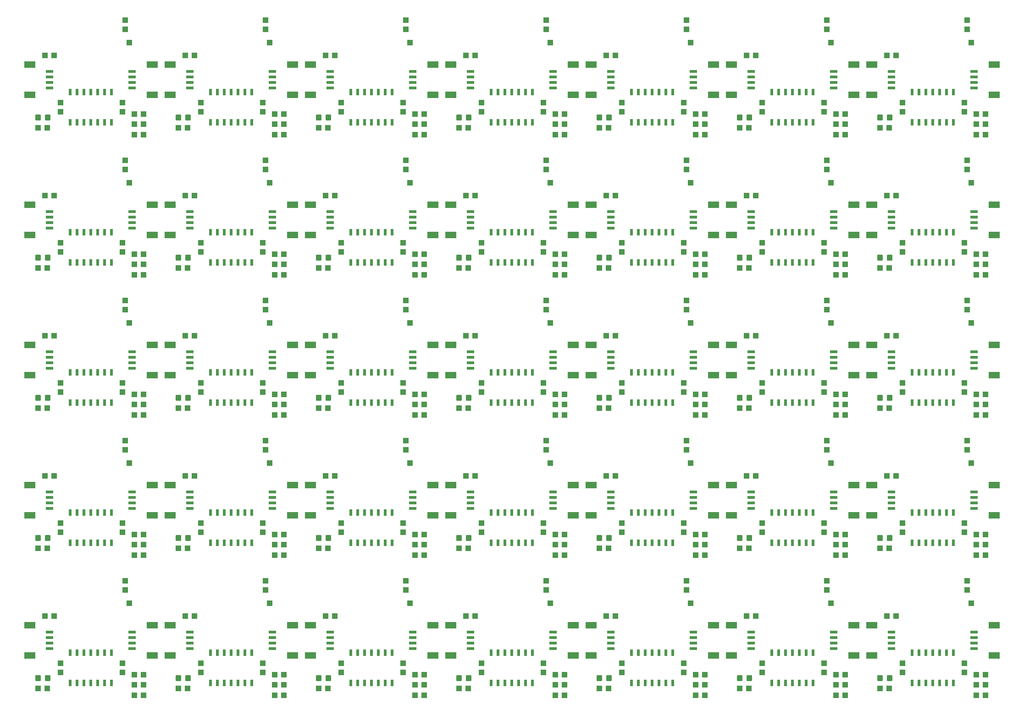
<source format=gtp>
G04 EAGLE Gerber RS-274X export*
G75*
%MOMM*%
%FSLAX34Y34*%
%LPD*%
%INSolderpaste Top*%
%IPPOS*%
%AMOC8*
5,1,8,0,0,1.08239X$1,22.5*%
G01*
%ADD10R,1.079500X1.079500*%
%ADD11R,2.000000X1.200000*%
%ADD12R,1.350000X0.600000*%
%ADD13R,1.000000X1.100000*%
%ADD14R,1.100000X1.000000*%
%ADD15R,0.600000X1.200000*%
%ADD16C,0.300000*%


D10*
X197803Y195898D03*
X456883Y195898D03*
X715963Y195898D03*
X975043Y195898D03*
X1234123Y195898D03*
X1493203Y195898D03*
X1752283Y195898D03*
X197803Y454978D03*
X456883Y454978D03*
X715963Y454978D03*
X975043Y454978D03*
X1234123Y454978D03*
X1493203Y454978D03*
X1752283Y454978D03*
X197803Y714058D03*
X456883Y714058D03*
X715963Y714058D03*
X975043Y714058D03*
X1234123Y714058D03*
X1493203Y714058D03*
X1752283Y714058D03*
X197803Y973138D03*
X456883Y973138D03*
X715963Y973138D03*
X975043Y973138D03*
X1234123Y973138D03*
X1493203Y973138D03*
X1752283Y973138D03*
X197803Y1232218D03*
X456883Y1232218D03*
X715963Y1232218D03*
X975043Y1232218D03*
X1234123Y1232218D03*
X1493203Y1232218D03*
X1752283Y1232218D03*
D11*
X239950Y99000D03*
X239950Y155000D03*
D12*
X203200Y112000D03*
X203200Y122000D03*
X203200Y132000D03*
X203200Y142000D03*
D11*
X14050Y155000D03*
X14050Y99000D03*
D12*
X50800Y142000D03*
X50800Y132000D03*
X50800Y122000D03*
X50800Y112000D03*
D13*
X184785Y84700D03*
X184785Y67700D03*
D14*
X207400Y44450D03*
X224400Y44450D03*
X207400Y63500D03*
X224400Y63500D03*
D13*
X70485Y84700D03*
X70485Y67700D03*
D15*
X165100Y104200D03*
X152400Y104200D03*
X139700Y104200D03*
X127000Y104200D03*
X114300Y104200D03*
X101600Y104200D03*
X88900Y104200D03*
X88900Y48200D03*
X101600Y48200D03*
X114300Y48200D03*
X127000Y48200D03*
X139700Y48200D03*
X152400Y48200D03*
X165100Y48200D03*
D14*
X29600Y38100D03*
X46600Y38100D03*
D16*
X43370Y53650D02*
X43370Y60650D01*
X50370Y60650D01*
X50370Y53650D01*
X43370Y53650D01*
X43370Y56500D02*
X50370Y56500D01*
X50370Y59350D02*
X43370Y59350D01*
X25830Y60650D02*
X25830Y53650D01*
X25830Y60650D02*
X32830Y60650D01*
X32830Y53650D01*
X25830Y53650D01*
X25830Y56500D02*
X32830Y56500D01*
X32830Y59350D02*
X25830Y59350D01*
D14*
X207400Y25400D03*
X224400Y25400D03*
D13*
X190500Y237100D03*
X190500Y220100D03*
D14*
X42300Y171450D03*
X59300Y171450D03*
D11*
X499030Y99000D03*
X499030Y155000D03*
D12*
X462280Y112000D03*
X462280Y122000D03*
X462280Y132000D03*
X462280Y142000D03*
D11*
X273130Y155000D03*
X273130Y99000D03*
D12*
X309880Y142000D03*
X309880Y132000D03*
X309880Y122000D03*
X309880Y112000D03*
D13*
X443865Y84700D03*
X443865Y67700D03*
D14*
X466480Y44450D03*
X483480Y44450D03*
X466480Y63500D03*
X483480Y63500D03*
D13*
X329565Y84700D03*
X329565Y67700D03*
D15*
X424180Y104200D03*
X411480Y104200D03*
X398780Y104200D03*
X386080Y104200D03*
X373380Y104200D03*
X360680Y104200D03*
X347980Y104200D03*
X347980Y48200D03*
X360680Y48200D03*
X373380Y48200D03*
X386080Y48200D03*
X398780Y48200D03*
X411480Y48200D03*
X424180Y48200D03*
D14*
X288680Y38100D03*
X305680Y38100D03*
D16*
X302450Y53650D02*
X302450Y60650D01*
X309450Y60650D01*
X309450Y53650D01*
X302450Y53650D01*
X302450Y56500D02*
X309450Y56500D01*
X309450Y59350D02*
X302450Y59350D01*
X284910Y60650D02*
X284910Y53650D01*
X284910Y60650D02*
X291910Y60650D01*
X291910Y53650D01*
X284910Y53650D01*
X284910Y56500D02*
X291910Y56500D01*
X291910Y59350D02*
X284910Y59350D01*
D14*
X466480Y25400D03*
X483480Y25400D03*
D13*
X449580Y237100D03*
X449580Y220100D03*
D14*
X301380Y171450D03*
X318380Y171450D03*
D11*
X758110Y99000D03*
X758110Y155000D03*
D12*
X721360Y112000D03*
X721360Y122000D03*
X721360Y132000D03*
X721360Y142000D03*
D11*
X532210Y155000D03*
X532210Y99000D03*
D12*
X568960Y142000D03*
X568960Y132000D03*
X568960Y122000D03*
X568960Y112000D03*
D13*
X702945Y84700D03*
X702945Y67700D03*
D14*
X725560Y44450D03*
X742560Y44450D03*
X725560Y63500D03*
X742560Y63500D03*
D13*
X588645Y84700D03*
X588645Y67700D03*
D15*
X683260Y104200D03*
X670560Y104200D03*
X657860Y104200D03*
X645160Y104200D03*
X632460Y104200D03*
X619760Y104200D03*
X607060Y104200D03*
X607060Y48200D03*
X619760Y48200D03*
X632460Y48200D03*
X645160Y48200D03*
X657860Y48200D03*
X670560Y48200D03*
X683260Y48200D03*
D14*
X547760Y38100D03*
X564760Y38100D03*
D16*
X561530Y53650D02*
X561530Y60650D01*
X568530Y60650D01*
X568530Y53650D01*
X561530Y53650D01*
X561530Y56500D02*
X568530Y56500D01*
X568530Y59350D02*
X561530Y59350D01*
X543990Y60650D02*
X543990Y53650D01*
X543990Y60650D02*
X550990Y60650D01*
X550990Y53650D01*
X543990Y53650D01*
X543990Y56500D02*
X550990Y56500D01*
X550990Y59350D02*
X543990Y59350D01*
D14*
X725560Y25400D03*
X742560Y25400D03*
D13*
X708660Y237100D03*
X708660Y220100D03*
D14*
X560460Y171450D03*
X577460Y171450D03*
D11*
X1017190Y99000D03*
X1017190Y155000D03*
D12*
X980440Y112000D03*
X980440Y122000D03*
X980440Y132000D03*
X980440Y142000D03*
D11*
X791290Y155000D03*
X791290Y99000D03*
D12*
X828040Y142000D03*
X828040Y132000D03*
X828040Y122000D03*
X828040Y112000D03*
D13*
X962025Y84700D03*
X962025Y67700D03*
D14*
X984640Y44450D03*
X1001640Y44450D03*
X984640Y63500D03*
X1001640Y63500D03*
D13*
X847725Y84700D03*
X847725Y67700D03*
D15*
X942340Y104200D03*
X929640Y104200D03*
X916940Y104200D03*
X904240Y104200D03*
X891540Y104200D03*
X878840Y104200D03*
X866140Y104200D03*
X866140Y48200D03*
X878840Y48200D03*
X891540Y48200D03*
X904240Y48200D03*
X916940Y48200D03*
X929640Y48200D03*
X942340Y48200D03*
D14*
X806840Y38100D03*
X823840Y38100D03*
D16*
X820610Y53650D02*
X820610Y60650D01*
X827610Y60650D01*
X827610Y53650D01*
X820610Y53650D01*
X820610Y56500D02*
X827610Y56500D01*
X827610Y59350D02*
X820610Y59350D01*
X803070Y60650D02*
X803070Y53650D01*
X803070Y60650D02*
X810070Y60650D01*
X810070Y53650D01*
X803070Y53650D01*
X803070Y56500D02*
X810070Y56500D01*
X810070Y59350D02*
X803070Y59350D01*
D14*
X984640Y25400D03*
X1001640Y25400D03*
D13*
X967740Y237100D03*
X967740Y220100D03*
D14*
X819540Y171450D03*
X836540Y171450D03*
D11*
X1276270Y99000D03*
X1276270Y155000D03*
D12*
X1239520Y112000D03*
X1239520Y122000D03*
X1239520Y132000D03*
X1239520Y142000D03*
D11*
X1050370Y155000D03*
X1050370Y99000D03*
D12*
X1087120Y142000D03*
X1087120Y132000D03*
X1087120Y122000D03*
X1087120Y112000D03*
D13*
X1221105Y84700D03*
X1221105Y67700D03*
D14*
X1243720Y44450D03*
X1260720Y44450D03*
X1243720Y63500D03*
X1260720Y63500D03*
D13*
X1106805Y84700D03*
X1106805Y67700D03*
D15*
X1201420Y104200D03*
X1188720Y104200D03*
X1176020Y104200D03*
X1163320Y104200D03*
X1150620Y104200D03*
X1137920Y104200D03*
X1125220Y104200D03*
X1125220Y48200D03*
X1137920Y48200D03*
X1150620Y48200D03*
X1163320Y48200D03*
X1176020Y48200D03*
X1188720Y48200D03*
X1201420Y48200D03*
D14*
X1065920Y38100D03*
X1082920Y38100D03*
D16*
X1079690Y53650D02*
X1079690Y60650D01*
X1086690Y60650D01*
X1086690Y53650D01*
X1079690Y53650D01*
X1079690Y56500D02*
X1086690Y56500D01*
X1086690Y59350D02*
X1079690Y59350D01*
X1062150Y60650D02*
X1062150Y53650D01*
X1062150Y60650D02*
X1069150Y60650D01*
X1069150Y53650D01*
X1062150Y53650D01*
X1062150Y56500D02*
X1069150Y56500D01*
X1069150Y59350D02*
X1062150Y59350D01*
D14*
X1243720Y25400D03*
X1260720Y25400D03*
D13*
X1226820Y237100D03*
X1226820Y220100D03*
D14*
X1078620Y171450D03*
X1095620Y171450D03*
D11*
X1535350Y99000D03*
X1535350Y155000D03*
D12*
X1498600Y112000D03*
X1498600Y122000D03*
X1498600Y132000D03*
X1498600Y142000D03*
D11*
X1309450Y155000D03*
X1309450Y99000D03*
D12*
X1346200Y142000D03*
X1346200Y132000D03*
X1346200Y122000D03*
X1346200Y112000D03*
D13*
X1480185Y84700D03*
X1480185Y67700D03*
D14*
X1502800Y44450D03*
X1519800Y44450D03*
X1502800Y63500D03*
X1519800Y63500D03*
D13*
X1365885Y84700D03*
X1365885Y67700D03*
D15*
X1460500Y104200D03*
X1447800Y104200D03*
X1435100Y104200D03*
X1422400Y104200D03*
X1409700Y104200D03*
X1397000Y104200D03*
X1384300Y104200D03*
X1384300Y48200D03*
X1397000Y48200D03*
X1409700Y48200D03*
X1422400Y48200D03*
X1435100Y48200D03*
X1447800Y48200D03*
X1460500Y48200D03*
D14*
X1325000Y38100D03*
X1342000Y38100D03*
D16*
X1338770Y53650D02*
X1338770Y60650D01*
X1345770Y60650D01*
X1345770Y53650D01*
X1338770Y53650D01*
X1338770Y56500D02*
X1345770Y56500D01*
X1345770Y59350D02*
X1338770Y59350D01*
X1321230Y60650D02*
X1321230Y53650D01*
X1321230Y60650D02*
X1328230Y60650D01*
X1328230Y53650D01*
X1321230Y53650D01*
X1321230Y56500D02*
X1328230Y56500D01*
X1328230Y59350D02*
X1321230Y59350D01*
D14*
X1502800Y25400D03*
X1519800Y25400D03*
D13*
X1485900Y237100D03*
X1485900Y220100D03*
D14*
X1337700Y171450D03*
X1354700Y171450D03*
D11*
X1794430Y99000D03*
X1794430Y155000D03*
D12*
X1757680Y112000D03*
X1757680Y122000D03*
X1757680Y132000D03*
X1757680Y142000D03*
D11*
X1568530Y155000D03*
X1568530Y99000D03*
D12*
X1605280Y142000D03*
X1605280Y132000D03*
X1605280Y122000D03*
X1605280Y112000D03*
D13*
X1739265Y84700D03*
X1739265Y67700D03*
D14*
X1761880Y44450D03*
X1778880Y44450D03*
X1761880Y63500D03*
X1778880Y63500D03*
D13*
X1624965Y84700D03*
X1624965Y67700D03*
D15*
X1719580Y104200D03*
X1706880Y104200D03*
X1694180Y104200D03*
X1681480Y104200D03*
X1668780Y104200D03*
X1656080Y104200D03*
X1643380Y104200D03*
X1643380Y48200D03*
X1656080Y48200D03*
X1668780Y48200D03*
X1681480Y48200D03*
X1694180Y48200D03*
X1706880Y48200D03*
X1719580Y48200D03*
D14*
X1584080Y38100D03*
X1601080Y38100D03*
D16*
X1597850Y53650D02*
X1597850Y60650D01*
X1604850Y60650D01*
X1604850Y53650D01*
X1597850Y53650D01*
X1597850Y56500D02*
X1604850Y56500D01*
X1604850Y59350D02*
X1597850Y59350D01*
X1580310Y60650D02*
X1580310Y53650D01*
X1580310Y60650D02*
X1587310Y60650D01*
X1587310Y53650D01*
X1580310Y53650D01*
X1580310Y56500D02*
X1587310Y56500D01*
X1587310Y59350D02*
X1580310Y59350D01*
D14*
X1761880Y25400D03*
X1778880Y25400D03*
D13*
X1744980Y237100D03*
X1744980Y220100D03*
D14*
X1596780Y171450D03*
X1613780Y171450D03*
D11*
X239950Y358080D03*
X239950Y414080D03*
D12*
X203200Y371080D03*
X203200Y381080D03*
X203200Y391080D03*
X203200Y401080D03*
D11*
X14050Y414080D03*
X14050Y358080D03*
D12*
X50800Y401080D03*
X50800Y391080D03*
X50800Y381080D03*
X50800Y371080D03*
D13*
X184785Y343780D03*
X184785Y326780D03*
D14*
X207400Y303530D03*
X224400Y303530D03*
X207400Y322580D03*
X224400Y322580D03*
D13*
X70485Y343780D03*
X70485Y326780D03*
D15*
X165100Y363280D03*
X152400Y363280D03*
X139700Y363280D03*
X127000Y363280D03*
X114300Y363280D03*
X101600Y363280D03*
X88900Y363280D03*
X88900Y307280D03*
X101600Y307280D03*
X114300Y307280D03*
X127000Y307280D03*
X139700Y307280D03*
X152400Y307280D03*
X165100Y307280D03*
D14*
X29600Y297180D03*
X46600Y297180D03*
D16*
X43370Y312730D02*
X43370Y319730D01*
X50370Y319730D01*
X50370Y312730D01*
X43370Y312730D01*
X43370Y315580D02*
X50370Y315580D01*
X50370Y318430D02*
X43370Y318430D01*
X25830Y319730D02*
X25830Y312730D01*
X25830Y319730D02*
X32830Y319730D01*
X32830Y312730D01*
X25830Y312730D01*
X25830Y315580D02*
X32830Y315580D01*
X32830Y318430D02*
X25830Y318430D01*
D14*
X207400Y284480D03*
X224400Y284480D03*
D13*
X190500Y496180D03*
X190500Y479180D03*
D14*
X42300Y430530D03*
X59300Y430530D03*
D11*
X499030Y358080D03*
X499030Y414080D03*
D12*
X462280Y371080D03*
X462280Y381080D03*
X462280Y391080D03*
X462280Y401080D03*
D11*
X273130Y414080D03*
X273130Y358080D03*
D12*
X309880Y401080D03*
X309880Y391080D03*
X309880Y381080D03*
X309880Y371080D03*
D13*
X443865Y343780D03*
X443865Y326780D03*
D14*
X466480Y303530D03*
X483480Y303530D03*
X466480Y322580D03*
X483480Y322580D03*
D13*
X329565Y343780D03*
X329565Y326780D03*
D15*
X424180Y363280D03*
X411480Y363280D03*
X398780Y363280D03*
X386080Y363280D03*
X373380Y363280D03*
X360680Y363280D03*
X347980Y363280D03*
X347980Y307280D03*
X360680Y307280D03*
X373380Y307280D03*
X386080Y307280D03*
X398780Y307280D03*
X411480Y307280D03*
X424180Y307280D03*
D14*
X288680Y297180D03*
X305680Y297180D03*
D16*
X302450Y312730D02*
X302450Y319730D01*
X309450Y319730D01*
X309450Y312730D01*
X302450Y312730D01*
X302450Y315580D02*
X309450Y315580D01*
X309450Y318430D02*
X302450Y318430D01*
X284910Y319730D02*
X284910Y312730D01*
X284910Y319730D02*
X291910Y319730D01*
X291910Y312730D01*
X284910Y312730D01*
X284910Y315580D02*
X291910Y315580D01*
X291910Y318430D02*
X284910Y318430D01*
D14*
X466480Y284480D03*
X483480Y284480D03*
D13*
X449580Y496180D03*
X449580Y479180D03*
D14*
X301380Y430530D03*
X318380Y430530D03*
D11*
X758110Y358080D03*
X758110Y414080D03*
D12*
X721360Y371080D03*
X721360Y381080D03*
X721360Y391080D03*
X721360Y401080D03*
D11*
X532210Y414080D03*
X532210Y358080D03*
D12*
X568960Y401080D03*
X568960Y391080D03*
X568960Y381080D03*
X568960Y371080D03*
D13*
X702945Y343780D03*
X702945Y326780D03*
D14*
X725560Y303530D03*
X742560Y303530D03*
X725560Y322580D03*
X742560Y322580D03*
D13*
X588645Y343780D03*
X588645Y326780D03*
D15*
X683260Y363280D03*
X670560Y363280D03*
X657860Y363280D03*
X645160Y363280D03*
X632460Y363280D03*
X619760Y363280D03*
X607060Y363280D03*
X607060Y307280D03*
X619760Y307280D03*
X632460Y307280D03*
X645160Y307280D03*
X657860Y307280D03*
X670560Y307280D03*
X683260Y307280D03*
D14*
X547760Y297180D03*
X564760Y297180D03*
D16*
X561530Y312730D02*
X561530Y319730D01*
X568530Y319730D01*
X568530Y312730D01*
X561530Y312730D01*
X561530Y315580D02*
X568530Y315580D01*
X568530Y318430D02*
X561530Y318430D01*
X543990Y319730D02*
X543990Y312730D01*
X543990Y319730D02*
X550990Y319730D01*
X550990Y312730D01*
X543990Y312730D01*
X543990Y315580D02*
X550990Y315580D01*
X550990Y318430D02*
X543990Y318430D01*
D14*
X725560Y284480D03*
X742560Y284480D03*
D13*
X708660Y496180D03*
X708660Y479180D03*
D14*
X560460Y430530D03*
X577460Y430530D03*
D11*
X1017190Y358080D03*
X1017190Y414080D03*
D12*
X980440Y371080D03*
X980440Y381080D03*
X980440Y391080D03*
X980440Y401080D03*
D11*
X791290Y414080D03*
X791290Y358080D03*
D12*
X828040Y401080D03*
X828040Y391080D03*
X828040Y381080D03*
X828040Y371080D03*
D13*
X962025Y343780D03*
X962025Y326780D03*
D14*
X984640Y303530D03*
X1001640Y303530D03*
X984640Y322580D03*
X1001640Y322580D03*
D13*
X847725Y343780D03*
X847725Y326780D03*
D15*
X942340Y363280D03*
X929640Y363280D03*
X916940Y363280D03*
X904240Y363280D03*
X891540Y363280D03*
X878840Y363280D03*
X866140Y363280D03*
X866140Y307280D03*
X878840Y307280D03*
X891540Y307280D03*
X904240Y307280D03*
X916940Y307280D03*
X929640Y307280D03*
X942340Y307280D03*
D14*
X806840Y297180D03*
X823840Y297180D03*
D16*
X820610Y312730D02*
X820610Y319730D01*
X827610Y319730D01*
X827610Y312730D01*
X820610Y312730D01*
X820610Y315580D02*
X827610Y315580D01*
X827610Y318430D02*
X820610Y318430D01*
X803070Y319730D02*
X803070Y312730D01*
X803070Y319730D02*
X810070Y319730D01*
X810070Y312730D01*
X803070Y312730D01*
X803070Y315580D02*
X810070Y315580D01*
X810070Y318430D02*
X803070Y318430D01*
D14*
X984640Y284480D03*
X1001640Y284480D03*
D13*
X967740Y496180D03*
X967740Y479180D03*
D14*
X819540Y430530D03*
X836540Y430530D03*
D11*
X1276270Y358080D03*
X1276270Y414080D03*
D12*
X1239520Y371080D03*
X1239520Y381080D03*
X1239520Y391080D03*
X1239520Y401080D03*
D11*
X1050370Y414080D03*
X1050370Y358080D03*
D12*
X1087120Y401080D03*
X1087120Y391080D03*
X1087120Y381080D03*
X1087120Y371080D03*
D13*
X1221105Y343780D03*
X1221105Y326780D03*
D14*
X1243720Y303530D03*
X1260720Y303530D03*
X1243720Y322580D03*
X1260720Y322580D03*
D13*
X1106805Y343780D03*
X1106805Y326780D03*
D15*
X1201420Y363280D03*
X1188720Y363280D03*
X1176020Y363280D03*
X1163320Y363280D03*
X1150620Y363280D03*
X1137920Y363280D03*
X1125220Y363280D03*
X1125220Y307280D03*
X1137920Y307280D03*
X1150620Y307280D03*
X1163320Y307280D03*
X1176020Y307280D03*
X1188720Y307280D03*
X1201420Y307280D03*
D14*
X1065920Y297180D03*
X1082920Y297180D03*
D16*
X1079690Y312730D02*
X1079690Y319730D01*
X1086690Y319730D01*
X1086690Y312730D01*
X1079690Y312730D01*
X1079690Y315580D02*
X1086690Y315580D01*
X1086690Y318430D02*
X1079690Y318430D01*
X1062150Y319730D02*
X1062150Y312730D01*
X1062150Y319730D02*
X1069150Y319730D01*
X1069150Y312730D01*
X1062150Y312730D01*
X1062150Y315580D02*
X1069150Y315580D01*
X1069150Y318430D02*
X1062150Y318430D01*
D14*
X1243720Y284480D03*
X1260720Y284480D03*
D13*
X1226820Y496180D03*
X1226820Y479180D03*
D14*
X1078620Y430530D03*
X1095620Y430530D03*
D11*
X1535350Y358080D03*
X1535350Y414080D03*
D12*
X1498600Y371080D03*
X1498600Y381080D03*
X1498600Y391080D03*
X1498600Y401080D03*
D11*
X1309450Y414080D03*
X1309450Y358080D03*
D12*
X1346200Y401080D03*
X1346200Y391080D03*
X1346200Y381080D03*
X1346200Y371080D03*
D13*
X1480185Y343780D03*
X1480185Y326780D03*
D14*
X1502800Y303530D03*
X1519800Y303530D03*
X1502800Y322580D03*
X1519800Y322580D03*
D13*
X1365885Y343780D03*
X1365885Y326780D03*
D15*
X1460500Y363280D03*
X1447800Y363280D03*
X1435100Y363280D03*
X1422400Y363280D03*
X1409700Y363280D03*
X1397000Y363280D03*
X1384300Y363280D03*
X1384300Y307280D03*
X1397000Y307280D03*
X1409700Y307280D03*
X1422400Y307280D03*
X1435100Y307280D03*
X1447800Y307280D03*
X1460500Y307280D03*
D14*
X1325000Y297180D03*
X1342000Y297180D03*
D16*
X1338770Y312730D02*
X1338770Y319730D01*
X1345770Y319730D01*
X1345770Y312730D01*
X1338770Y312730D01*
X1338770Y315580D02*
X1345770Y315580D01*
X1345770Y318430D02*
X1338770Y318430D01*
X1321230Y319730D02*
X1321230Y312730D01*
X1321230Y319730D02*
X1328230Y319730D01*
X1328230Y312730D01*
X1321230Y312730D01*
X1321230Y315580D02*
X1328230Y315580D01*
X1328230Y318430D02*
X1321230Y318430D01*
D14*
X1502800Y284480D03*
X1519800Y284480D03*
D13*
X1485900Y496180D03*
X1485900Y479180D03*
D14*
X1337700Y430530D03*
X1354700Y430530D03*
D11*
X1794430Y358080D03*
X1794430Y414080D03*
D12*
X1757680Y371080D03*
X1757680Y381080D03*
X1757680Y391080D03*
X1757680Y401080D03*
D11*
X1568530Y414080D03*
X1568530Y358080D03*
D12*
X1605280Y401080D03*
X1605280Y391080D03*
X1605280Y381080D03*
X1605280Y371080D03*
D13*
X1739265Y343780D03*
X1739265Y326780D03*
D14*
X1761880Y303530D03*
X1778880Y303530D03*
X1761880Y322580D03*
X1778880Y322580D03*
D13*
X1624965Y343780D03*
X1624965Y326780D03*
D15*
X1719580Y363280D03*
X1706880Y363280D03*
X1694180Y363280D03*
X1681480Y363280D03*
X1668780Y363280D03*
X1656080Y363280D03*
X1643380Y363280D03*
X1643380Y307280D03*
X1656080Y307280D03*
X1668780Y307280D03*
X1681480Y307280D03*
X1694180Y307280D03*
X1706880Y307280D03*
X1719580Y307280D03*
D14*
X1584080Y297180D03*
X1601080Y297180D03*
D16*
X1597850Y312730D02*
X1597850Y319730D01*
X1604850Y319730D01*
X1604850Y312730D01*
X1597850Y312730D01*
X1597850Y315580D02*
X1604850Y315580D01*
X1604850Y318430D02*
X1597850Y318430D01*
X1580310Y319730D02*
X1580310Y312730D01*
X1580310Y319730D02*
X1587310Y319730D01*
X1587310Y312730D01*
X1580310Y312730D01*
X1580310Y315580D02*
X1587310Y315580D01*
X1587310Y318430D02*
X1580310Y318430D01*
D14*
X1761880Y284480D03*
X1778880Y284480D03*
D13*
X1744980Y496180D03*
X1744980Y479180D03*
D14*
X1596780Y430530D03*
X1613780Y430530D03*
D11*
X239950Y617160D03*
X239950Y673160D03*
D12*
X203200Y630160D03*
X203200Y640160D03*
X203200Y650160D03*
X203200Y660160D03*
D11*
X14050Y673160D03*
X14050Y617160D03*
D12*
X50800Y660160D03*
X50800Y650160D03*
X50800Y640160D03*
X50800Y630160D03*
D13*
X184785Y602860D03*
X184785Y585860D03*
D14*
X207400Y562610D03*
X224400Y562610D03*
X207400Y581660D03*
X224400Y581660D03*
D13*
X70485Y602860D03*
X70485Y585860D03*
D15*
X165100Y622360D03*
X152400Y622360D03*
X139700Y622360D03*
X127000Y622360D03*
X114300Y622360D03*
X101600Y622360D03*
X88900Y622360D03*
X88900Y566360D03*
X101600Y566360D03*
X114300Y566360D03*
X127000Y566360D03*
X139700Y566360D03*
X152400Y566360D03*
X165100Y566360D03*
D14*
X29600Y556260D03*
X46600Y556260D03*
D16*
X43370Y571810D02*
X43370Y578810D01*
X50370Y578810D01*
X50370Y571810D01*
X43370Y571810D01*
X43370Y574660D02*
X50370Y574660D01*
X50370Y577510D02*
X43370Y577510D01*
X25830Y578810D02*
X25830Y571810D01*
X25830Y578810D02*
X32830Y578810D01*
X32830Y571810D01*
X25830Y571810D01*
X25830Y574660D02*
X32830Y574660D01*
X32830Y577510D02*
X25830Y577510D01*
D14*
X207400Y543560D03*
X224400Y543560D03*
D13*
X190500Y755260D03*
X190500Y738260D03*
D14*
X42300Y689610D03*
X59300Y689610D03*
D11*
X499030Y617160D03*
X499030Y673160D03*
D12*
X462280Y630160D03*
X462280Y640160D03*
X462280Y650160D03*
X462280Y660160D03*
D11*
X273130Y673160D03*
X273130Y617160D03*
D12*
X309880Y660160D03*
X309880Y650160D03*
X309880Y640160D03*
X309880Y630160D03*
D13*
X443865Y602860D03*
X443865Y585860D03*
D14*
X466480Y562610D03*
X483480Y562610D03*
X466480Y581660D03*
X483480Y581660D03*
D13*
X329565Y602860D03*
X329565Y585860D03*
D15*
X424180Y622360D03*
X411480Y622360D03*
X398780Y622360D03*
X386080Y622360D03*
X373380Y622360D03*
X360680Y622360D03*
X347980Y622360D03*
X347980Y566360D03*
X360680Y566360D03*
X373380Y566360D03*
X386080Y566360D03*
X398780Y566360D03*
X411480Y566360D03*
X424180Y566360D03*
D14*
X288680Y556260D03*
X305680Y556260D03*
D16*
X302450Y571810D02*
X302450Y578810D01*
X309450Y578810D01*
X309450Y571810D01*
X302450Y571810D01*
X302450Y574660D02*
X309450Y574660D01*
X309450Y577510D02*
X302450Y577510D01*
X284910Y578810D02*
X284910Y571810D01*
X284910Y578810D02*
X291910Y578810D01*
X291910Y571810D01*
X284910Y571810D01*
X284910Y574660D02*
X291910Y574660D01*
X291910Y577510D02*
X284910Y577510D01*
D14*
X466480Y543560D03*
X483480Y543560D03*
D13*
X449580Y755260D03*
X449580Y738260D03*
D14*
X301380Y689610D03*
X318380Y689610D03*
D11*
X758110Y617160D03*
X758110Y673160D03*
D12*
X721360Y630160D03*
X721360Y640160D03*
X721360Y650160D03*
X721360Y660160D03*
D11*
X532210Y673160D03*
X532210Y617160D03*
D12*
X568960Y660160D03*
X568960Y650160D03*
X568960Y640160D03*
X568960Y630160D03*
D13*
X702945Y602860D03*
X702945Y585860D03*
D14*
X725560Y562610D03*
X742560Y562610D03*
X725560Y581660D03*
X742560Y581660D03*
D13*
X588645Y602860D03*
X588645Y585860D03*
D15*
X683260Y622360D03*
X670560Y622360D03*
X657860Y622360D03*
X645160Y622360D03*
X632460Y622360D03*
X619760Y622360D03*
X607060Y622360D03*
X607060Y566360D03*
X619760Y566360D03*
X632460Y566360D03*
X645160Y566360D03*
X657860Y566360D03*
X670560Y566360D03*
X683260Y566360D03*
D14*
X547760Y556260D03*
X564760Y556260D03*
D16*
X561530Y571810D02*
X561530Y578810D01*
X568530Y578810D01*
X568530Y571810D01*
X561530Y571810D01*
X561530Y574660D02*
X568530Y574660D01*
X568530Y577510D02*
X561530Y577510D01*
X543990Y578810D02*
X543990Y571810D01*
X543990Y578810D02*
X550990Y578810D01*
X550990Y571810D01*
X543990Y571810D01*
X543990Y574660D02*
X550990Y574660D01*
X550990Y577510D02*
X543990Y577510D01*
D14*
X725560Y543560D03*
X742560Y543560D03*
D13*
X708660Y755260D03*
X708660Y738260D03*
D14*
X560460Y689610D03*
X577460Y689610D03*
D11*
X1017190Y617160D03*
X1017190Y673160D03*
D12*
X980440Y630160D03*
X980440Y640160D03*
X980440Y650160D03*
X980440Y660160D03*
D11*
X791290Y673160D03*
X791290Y617160D03*
D12*
X828040Y660160D03*
X828040Y650160D03*
X828040Y640160D03*
X828040Y630160D03*
D13*
X962025Y602860D03*
X962025Y585860D03*
D14*
X984640Y562610D03*
X1001640Y562610D03*
X984640Y581660D03*
X1001640Y581660D03*
D13*
X847725Y602860D03*
X847725Y585860D03*
D15*
X942340Y622360D03*
X929640Y622360D03*
X916940Y622360D03*
X904240Y622360D03*
X891540Y622360D03*
X878840Y622360D03*
X866140Y622360D03*
X866140Y566360D03*
X878840Y566360D03*
X891540Y566360D03*
X904240Y566360D03*
X916940Y566360D03*
X929640Y566360D03*
X942340Y566360D03*
D14*
X806840Y556260D03*
X823840Y556260D03*
D16*
X820610Y571810D02*
X820610Y578810D01*
X827610Y578810D01*
X827610Y571810D01*
X820610Y571810D01*
X820610Y574660D02*
X827610Y574660D01*
X827610Y577510D02*
X820610Y577510D01*
X803070Y578810D02*
X803070Y571810D01*
X803070Y578810D02*
X810070Y578810D01*
X810070Y571810D01*
X803070Y571810D01*
X803070Y574660D02*
X810070Y574660D01*
X810070Y577510D02*
X803070Y577510D01*
D14*
X984640Y543560D03*
X1001640Y543560D03*
D13*
X967740Y755260D03*
X967740Y738260D03*
D14*
X819540Y689610D03*
X836540Y689610D03*
D11*
X1276270Y617160D03*
X1276270Y673160D03*
D12*
X1239520Y630160D03*
X1239520Y640160D03*
X1239520Y650160D03*
X1239520Y660160D03*
D11*
X1050370Y673160D03*
X1050370Y617160D03*
D12*
X1087120Y660160D03*
X1087120Y650160D03*
X1087120Y640160D03*
X1087120Y630160D03*
D13*
X1221105Y602860D03*
X1221105Y585860D03*
D14*
X1243720Y562610D03*
X1260720Y562610D03*
X1243720Y581660D03*
X1260720Y581660D03*
D13*
X1106805Y602860D03*
X1106805Y585860D03*
D15*
X1201420Y622360D03*
X1188720Y622360D03*
X1176020Y622360D03*
X1163320Y622360D03*
X1150620Y622360D03*
X1137920Y622360D03*
X1125220Y622360D03*
X1125220Y566360D03*
X1137920Y566360D03*
X1150620Y566360D03*
X1163320Y566360D03*
X1176020Y566360D03*
X1188720Y566360D03*
X1201420Y566360D03*
D14*
X1065920Y556260D03*
X1082920Y556260D03*
D16*
X1079690Y571810D02*
X1079690Y578810D01*
X1086690Y578810D01*
X1086690Y571810D01*
X1079690Y571810D01*
X1079690Y574660D02*
X1086690Y574660D01*
X1086690Y577510D02*
X1079690Y577510D01*
X1062150Y578810D02*
X1062150Y571810D01*
X1062150Y578810D02*
X1069150Y578810D01*
X1069150Y571810D01*
X1062150Y571810D01*
X1062150Y574660D02*
X1069150Y574660D01*
X1069150Y577510D02*
X1062150Y577510D01*
D14*
X1243720Y543560D03*
X1260720Y543560D03*
D13*
X1226820Y755260D03*
X1226820Y738260D03*
D14*
X1078620Y689610D03*
X1095620Y689610D03*
D11*
X1535350Y617160D03*
X1535350Y673160D03*
D12*
X1498600Y630160D03*
X1498600Y640160D03*
X1498600Y650160D03*
X1498600Y660160D03*
D11*
X1309450Y673160D03*
X1309450Y617160D03*
D12*
X1346200Y660160D03*
X1346200Y650160D03*
X1346200Y640160D03*
X1346200Y630160D03*
D13*
X1480185Y602860D03*
X1480185Y585860D03*
D14*
X1502800Y562610D03*
X1519800Y562610D03*
X1502800Y581660D03*
X1519800Y581660D03*
D13*
X1365885Y602860D03*
X1365885Y585860D03*
D15*
X1460500Y622360D03*
X1447800Y622360D03*
X1435100Y622360D03*
X1422400Y622360D03*
X1409700Y622360D03*
X1397000Y622360D03*
X1384300Y622360D03*
X1384300Y566360D03*
X1397000Y566360D03*
X1409700Y566360D03*
X1422400Y566360D03*
X1435100Y566360D03*
X1447800Y566360D03*
X1460500Y566360D03*
D14*
X1325000Y556260D03*
X1342000Y556260D03*
D16*
X1338770Y571810D02*
X1338770Y578810D01*
X1345770Y578810D01*
X1345770Y571810D01*
X1338770Y571810D01*
X1338770Y574660D02*
X1345770Y574660D01*
X1345770Y577510D02*
X1338770Y577510D01*
X1321230Y578810D02*
X1321230Y571810D01*
X1321230Y578810D02*
X1328230Y578810D01*
X1328230Y571810D01*
X1321230Y571810D01*
X1321230Y574660D02*
X1328230Y574660D01*
X1328230Y577510D02*
X1321230Y577510D01*
D14*
X1502800Y543560D03*
X1519800Y543560D03*
D13*
X1485900Y755260D03*
X1485900Y738260D03*
D14*
X1337700Y689610D03*
X1354700Y689610D03*
D11*
X1794430Y617160D03*
X1794430Y673160D03*
D12*
X1757680Y630160D03*
X1757680Y640160D03*
X1757680Y650160D03*
X1757680Y660160D03*
D11*
X1568530Y673160D03*
X1568530Y617160D03*
D12*
X1605280Y660160D03*
X1605280Y650160D03*
X1605280Y640160D03*
X1605280Y630160D03*
D13*
X1739265Y602860D03*
X1739265Y585860D03*
D14*
X1761880Y562610D03*
X1778880Y562610D03*
X1761880Y581660D03*
X1778880Y581660D03*
D13*
X1624965Y602860D03*
X1624965Y585860D03*
D15*
X1719580Y622360D03*
X1706880Y622360D03*
X1694180Y622360D03*
X1681480Y622360D03*
X1668780Y622360D03*
X1656080Y622360D03*
X1643380Y622360D03*
X1643380Y566360D03*
X1656080Y566360D03*
X1668780Y566360D03*
X1681480Y566360D03*
X1694180Y566360D03*
X1706880Y566360D03*
X1719580Y566360D03*
D14*
X1584080Y556260D03*
X1601080Y556260D03*
D16*
X1597850Y571810D02*
X1597850Y578810D01*
X1604850Y578810D01*
X1604850Y571810D01*
X1597850Y571810D01*
X1597850Y574660D02*
X1604850Y574660D01*
X1604850Y577510D02*
X1597850Y577510D01*
X1580310Y578810D02*
X1580310Y571810D01*
X1580310Y578810D02*
X1587310Y578810D01*
X1587310Y571810D01*
X1580310Y571810D01*
X1580310Y574660D02*
X1587310Y574660D01*
X1587310Y577510D02*
X1580310Y577510D01*
D14*
X1761880Y543560D03*
X1778880Y543560D03*
D13*
X1744980Y755260D03*
X1744980Y738260D03*
D14*
X1596780Y689610D03*
X1613780Y689610D03*
D11*
X239950Y876240D03*
X239950Y932240D03*
D12*
X203200Y889240D03*
X203200Y899240D03*
X203200Y909240D03*
X203200Y919240D03*
D11*
X14050Y932240D03*
X14050Y876240D03*
D12*
X50800Y919240D03*
X50800Y909240D03*
X50800Y899240D03*
X50800Y889240D03*
D13*
X184785Y861940D03*
X184785Y844940D03*
D14*
X207400Y821690D03*
X224400Y821690D03*
X207400Y840740D03*
X224400Y840740D03*
D13*
X70485Y861940D03*
X70485Y844940D03*
D15*
X165100Y881440D03*
X152400Y881440D03*
X139700Y881440D03*
X127000Y881440D03*
X114300Y881440D03*
X101600Y881440D03*
X88900Y881440D03*
X88900Y825440D03*
X101600Y825440D03*
X114300Y825440D03*
X127000Y825440D03*
X139700Y825440D03*
X152400Y825440D03*
X165100Y825440D03*
D14*
X29600Y815340D03*
X46600Y815340D03*
D16*
X43370Y830890D02*
X43370Y837890D01*
X50370Y837890D01*
X50370Y830890D01*
X43370Y830890D01*
X43370Y833740D02*
X50370Y833740D01*
X50370Y836590D02*
X43370Y836590D01*
X25830Y837890D02*
X25830Y830890D01*
X25830Y837890D02*
X32830Y837890D01*
X32830Y830890D01*
X25830Y830890D01*
X25830Y833740D02*
X32830Y833740D01*
X32830Y836590D02*
X25830Y836590D01*
D14*
X207400Y802640D03*
X224400Y802640D03*
D13*
X190500Y1014340D03*
X190500Y997340D03*
D14*
X42300Y948690D03*
X59300Y948690D03*
D11*
X499030Y876240D03*
X499030Y932240D03*
D12*
X462280Y889240D03*
X462280Y899240D03*
X462280Y909240D03*
X462280Y919240D03*
D11*
X273130Y932240D03*
X273130Y876240D03*
D12*
X309880Y919240D03*
X309880Y909240D03*
X309880Y899240D03*
X309880Y889240D03*
D13*
X443865Y861940D03*
X443865Y844940D03*
D14*
X466480Y821690D03*
X483480Y821690D03*
X466480Y840740D03*
X483480Y840740D03*
D13*
X329565Y861940D03*
X329565Y844940D03*
D15*
X424180Y881440D03*
X411480Y881440D03*
X398780Y881440D03*
X386080Y881440D03*
X373380Y881440D03*
X360680Y881440D03*
X347980Y881440D03*
X347980Y825440D03*
X360680Y825440D03*
X373380Y825440D03*
X386080Y825440D03*
X398780Y825440D03*
X411480Y825440D03*
X424180Y825440D03*
D14*
X288680Y815340D03*
X305680Y815340D03*
D16*
X302450Y830890D02*
X302450Y837890D01*
X309450Y837890D01*
X309450Y830890D01*
X302450Y830890D01*
X302450Y833740D02*
X309450Y833740D01*
X309450Y836590D02*
X302450Y836590D01*
X284910Y837890D02*
X284910Y830890D01*
X284910Y837890D02*
X291910Y837890D01*
X291910Y830890D01*
X284910Y830890D01*
X284910Y833740D02*
X291910Y833740D01*
X291910Y836590D02*
X284910Y836590D01*
D14*
X466480Y802640D03*
X483480Y802640D03*
D13*
X449580Y1014340D03*
X449580Y997340D03*
D14*
X301380Y948690D03*
X318380Y948690D03*
D11*
X758110Y876240D03*
X758110Y932240D03*
D12*
X721360Y889240D03*
X721360Y899240D03*
X721360Y909240D03*
X721360Y919240D03*
D11*
X532210Y932240D03*
X532210Y876240D03*
D12*
X568960Y919240D03*
X568960Y909240D03*
X568960Y899240D03*
X568960Y889240D03*
D13*
X702945Y861940D03*
X702945Y844940D03*
D14*
X725560Y821690D03*
X742560Y821690D03*
X725560Y840740D03*
X742560Y840740D03*
D13*
X588645Y861940D03*
X588645Y844940D03*
D15*
X683260Y881440D03*
X670560Y881440D03*
X657860Y881440D03*
X645160Y881440D03*
X632460Y881440D03*
X619760Y881440D03*
X607060Y881440D03*
X607060Y825440D03*
X619760Y825440D03*
X632460Y825440D03*
X645160Y825440D03*
X657860Y825440D03*
X670560Y825440D03*
X683260Y825440D03*
D14*
X547760Y815340D03*
X564760Y815340D03*
D16*
X561530Y830890D02*
X561530Y837890D01*
X568530Y837890D01*
X568530Y830890D01*
X561530Y830890D01*
X561530Y833740D02*
X568530Y833740D01*
X568530Y836590D02*
X561530Y836590D01*
X543990Y837890D02*
X543990Y830890D01*
X543990Y837890D02*
X550990Y837890D01*
X550990Y830890D01*
X543990Y830890D01*
X543990Y833740D02*
X550990Y833740D01*
X550990Y836590D02*
X543990Y836590D01*
D14*
X725560Y802640D03*
X742560Y802640D03*
D13*
X708660Y1014340D03*
X708660Y997340D03*
D14*
X560460Y948690D03*
X577460Y948690D03*
D11*
X1017190Y876240D03*
X1017190Y932240D03*
D12*
X980440Y889240D03*
X980440Y899240D03*
X980440Y909240D03*
X980440Y919240D03*
D11*
X791290Y932240D03*
X791290Y876240D03*
D12*
X828040Y919240D03*
X828040Y909240D03*
X828040Y899240D03*
X828040Y889240D03*
D13*
X962025Y861940D03*
X962025Y844940D03*
D14*
X984640Y821690D03*
X1001640Y821690D03*
X984640Y840740D03*
X1001640Y840740D03*
D13*
X847725Y861940D03*
X847725Y844940D03*
D15*
X942340Y881440D03*
X929640Y881440D03*
X916940Y881440D03*
X904240Y881440D03*
X891540Y881440D03*
X878840Y881440D03*
X866140Y881440D03*
X866140Y825440D03*
X878840Y825440D03*
X891540Y825440D03*
X904240Y825440D03*
X916940Y825440D03*
X929640Y825440D03*
X942340Y825440D03*
D14*
X806840Y815340D03*
X823840Y815340D03*
D16*
X820610Y830890D02*
X820610Y837890D01*
X827610Y837890D01*
X827610Y830890D01*
X820610Y830890D01*
X820610Y833740D02*
X827610Y833740D01*
X827610Y836590D02*
X820610Y836590D01*
X803070Y837890D02*
X803070Y830890D01*
X803070Y837890D02*
X810070Y837890D01*
X810070Y830890D01*
X803070Y830890D01*
X803070Y833740D02*
X810070Y833740D01*
X810070Y836590D02*
X803070Y836590D01*
D14*
X984640Y802640D03*
X1001640Y802640D03*
D13*
X967740Y1014340D03*
X967740Y997340D03*
D14*
X819540Y948690D03*
X836540Y948690D03*
D11*
X1276270Y876240D03*
X1276270Y932240D03*
D12*
X1239520Y889240D03*
X1239520Y899240D03*
X1239520Y909240D03*
X1239520Y919240D03*
D11*
X1050370Y932240D03*
X1050370Y876240D03*
D12*
X1087120Y919240D03*
X1087120Y909240D03*
X1087120Y899240D03*
X1087120Y889240D03*
D13*
X1221105Y861940D03*
X1221105Y844940D03*
D14*
X1243720Y821690D03*
X1260720Y821690D03*
X1243720Y840740D03*
X1260720Y840740D03*
D13*
X1106805Y861940D03*
X1106805Y844940D03*
D15*
X1201420Y881440D03*
X1188720Y881440D03*
X1176020Y881440D03*
X1163320Y881440D03*
X1150620Y881440D03*
X1137920Y881440D03*
X1125220Y881440D03*
X1125220Y825440D03*
X1137920Y825440D03*
X1150620Y825440D03*
X1163320Y825440D03*
X1176020Y825440D03*
X1188720Y825440D03*
X1201420Y825440D03*
D14*
X1065920Y815340D03*
X1082920Y815340D03*
D16*
X1079690Y830890D02*
X1079690Y837890D01*
X1086690Y837890D01*
X1086690Y830890D01*
X1079690Y830890D01*
X1079690Y833740D02*
X1086690Y833740D01*
X1086690Y836590D02*
X1079690Y836590D01*
X1062150Y837890D02*
X1062150Y830890D01*
X1062150Y837890D02*
X1069150Y837890D01*
X1069150Y830890D01*
X1062150Y830890D01*
X1062150Y833740D02*
X1069150Y833740D01*
X1069150Y836590D02*
X1062150Y836590D01*
D14*
X1243720Y802640D03*
X1260720Y802640D03*
D13*
X1226820Y1014340D03*
X1226820Y997340D03*
D14*
X1078620Y948690D03*
X1095620Y948690D03*
D11*
X1535350Y876240D03*
X1535350Y932240D03*
D12*
X1498600Y889240D03*
X1498600Y899240D03*
X1498600Y909240D03*
X1498600Y919240D03*
D11*
X1309450Y932240D03*
X1309450Y876240D03*
D12*
X1346200Y919240D03*
X1346200Y909240D03*
X1346200Y899240D03*
X1346200Y889240D03*
D13*
X1480185Y861940D03*
X1480185Y844940D03*
D14*
X1502800Y821690D03*
X1519800Y821690D03*
X1502800Y840740D03*
X1519800Y840740D03*
D13*
X1365885Y861940D03*
X1365885Y844940D03*
D15*
X1460500Y881440D03*
X1447800Y881440D03*
X1435100Y881440D03*
X1422400Y881440D03*
X1409700Y881440D03*
X1397000Y881440D03*
X1384300Y881440D03*
X1384300Y825440D03*
X1397000Y825440D03*
X1409700Y825440D03*
X1422400Y825440D03*
X1435100Y825440D03*
X1447800Y825440D03*
X1460500Y825440D03*
D14*
X1325000Y815340D03*
X1342000Y815340D03*
D16*
X1338770Y830890D02*
X1338770Y837890D01*
X1345770Y837890D01*
X1345770Y830890D01*
X1338770Y830890D01*
X1338770Y833740D02*
X1345770Y833740D01*
X1345770Y836590D02*
X1338770Y836590D01*
X1321230Y837890D02*
X1321230Y830890D01*
X1321230Y837890D02*
X1328230Y837890D01*
X1328230Y830890D01*
X1321230Y830890D01*
X1321230Y833740D02*
X1328230Y833740D01*
X1328230Y836590D02*
X1321230Y836590D01*
D14*
X1502800Y802640D03*
X1519800Y802640D03*
D13*
X1485900Y1014340D03*
X1485900Y997340D03*
D14*
X1337700Y948690D03*
X1354700Y948690D03*
D11*
X1794430Y876240D03*
X1794430Y932240D03*
D12*
X1757680Y889240D03*
X1757680Y899240D03*
X1757680Y909240D03*
X1757680Y919240D03*
D11*
X1568530Y932240D03*
X1568530Y876240D03*
D12*
X1605280Y919240D03*
X1605280Y909240D03*
X1605280Y899240D03*
X1605280Y889240D03*
D13*
X1739265Y861940D03*
X1739265Y844940D03*
D14*
X1761880Y821690D03*
X1778880Y821690D03*
X1761880Y840740D03*
X1778880Y840740D03*
D13*
X1624965Y861940D03*
X1624965Y844940D03*
D15*
X1719580Y881440D03*
X1706880Y881440D03*
X1694180Y881440D03*
X1681480Y881440D03*
X1668780Y881440D03*
X1656080Y881440D03*
X1643380Y881440D03*
X1643380Y825440D03*
X1656080Y825440D03*
X1668780Y825440D03*
X1681480Y825440D03*
X1694180Y825440D03*
X1706880Y825440D03*
X1719580Y825440D03*
D14*
X1584080Y815340D03*
X1601080Y815340D03*
D16*
X1597850Y830890D02*
X1597850Y837890D01*
X1604850Y837890D01*
X1604850Y830890D01*
X1597850Y830890D01*
X1597850Y833740D02*
X1604850Y833740D01*
X1604850Y836590D02*
X1597850Y836590D01*
X1580310Y837890D02*
X1580310Y830890D01*
X1580310Y837890D02*
X1587310Y837890D01*
X1587310Y830890D01*
X1580310Y830890D01*
X1580310Y833740D02*
X1587310Y833740D01*
X1587310Y836590D02*
X1580310Y836590D01*
D14*
X1761880Y802640D03*
X1778880Y802640D03*
D13*
X1744980Y1014340D03*
X1744980Y997340D03*
D14*
X1596780Y948690D03*
X1613780Y948690D03*
D11*
X239950Y1135320D03*
X239950Y1191320D03*
D12*
X203200Y1148320D03*
X203200Y1158320D03*
X203200Y1168320D03*
X203200Y1178320D03*
D11*
X14050Y1191320D03*
X14050Y1135320D03*
D12*
X50800Y1178320D03*
X50800Y1168320D03*
X50800Y1158320D03*
X50800Y1148320D03*
D13*
X184785Y1121020D03*
X184785Y1104020D03*
D14*
X207400Y1080770D03*
X224400Y1080770D03*
X207400Y1099820D03*
X224400Y1099820D03*
D13*
X70485Y1121020D03*
X70485Y1104020D03*
D15*
X165100Y1140520D03*
X152400Y1140520D03*
X139700Y1140520D03*
X127000Y1140520D03*
X114300Y1140520D03*
X101600Y1140520D03*
X88900Y1140520D03*
X88900Y1084520D03*
X101600Y1084520D03*
X114300Y1084520D03*
X127000Y1084520D03*
X139700Y1084520D03*
X152400Y1084520D03*
X165100Y1084520D03*
D14*
X29600Y1074420D03*
X46600Y1074420D03*
D16*
X43370Y1089970D02*
X43370Y1096970D01*
X50370Y1096970D01*
X50370Y1089970D01*
X43370Y1089970D01*
X43370Y1092820D02*
X50370Y1092820D01*
X50370Y1095670D02*
X43370Y1095670D01*
X25830Y1096970D02*
X25830Y1089970D01*
X25830Y1096970D02*
X32830Y1096970D01*
X32830Y1089970D01*
X25830Y1089970D01*
X25830Y1092820D02*
X32830Y1092820D01*
X32830Y1095670D02*
X25830Y1095670D01*
D14*
X207400Y1061720D03*
X224400Y1061720D03*
D13*
X190500Y1273420D03*
X190500Y1256420D03*
D14*
X42300Y1207770D03*
X59300Y1207770D03*
D11*
X499030Y1135320D03*
X499030Y1191320D03*
D12*
X462280Y1148320D03*
X462280Y1158320D03*
X462280Y1168320D03*
X462280Y1178320D03*
D11*
X273130Y1191320D03*
X273130Y1135320D03*
D12*
X309880Y1178320D03*
X309880Y1168320D03*
X309880Y1158320D03*
X309880Y1148320D03*
D13*
X443865Y1121020D03*
X443865Y1104020D03*
D14*
X466480Y1080770D03*
X483480Y1080770D03*
X466480Y1099820D03*
X483480Y1099820D03*
D13*
X329565Y1121020D03*
X329565Y1104020D03*
D15*
X424180Y1140520D03*
X411480Y1140520D03*
X398780Y1140520D03*
X386080Y1140520D03*
X373380Y1140520D03*
X360680Y1140520D03*
X347980Y1140520D03*
X347980Y1084520D03*
X360680Y1084520D03*
X373380Y1084520D03*
X386080Y1084520D03*
X398780Y1084520D03*
X411480Y1084520D03*
X424180Y1084520D03*
D14*
X288680Y1074420D03*
X305680Y1074420D03*
D16*
X302450Y1089970D02*
X302450Y1096970D01*
X309450Y1096970D01*
X309450Y1089970D01*
X302450Y1089970D01*
X302450Y1092820D02*
X309450Y1092820D01*
X309450Y1095670D02*
X302450Y1095670D01*
X284910Y1096970D02*
X284910Y1089970D01*
X284910Y1096970D02*
X291910Y1096970D01*
X291910Y1089970D01*
X284910Y1089970D01*
X284910Y1092820D02*
X291910Y1092820D01*
X291910Y1095670D02*
X284910Y1095670D01*
D14*
X466480Y1061720D03*
X483480Y1061720D03*
D13*
X449580Y1273420D03*
X449580Y1256420D03*
D14*
X301380Y1207770D03*
X318380Y1207770D03*
D11*
X758110Y1135320D03*
X758110Y1191320D03*
D12*
X721360Y1148320D03*
X721360Y1158320D03*
X721360Y1168320D03*
X721360Y1178320D03*
D11*
X532210Y1191320D03*
X532210Y1135320D03*
D12*
X568960Y1178320D03*
X568960Y1168320D03*
X568960Y1158320D03*
X568960Y1148320D03*
D13*
X702945Y1121020D03*
X702945Y1104020D03*
D14*
X725560Y1080770D03*
X742560Y1080770D03*
X725560Y1099820D03*
X742560Y1099820D03*
D13*
X588645Y1121020D03*
X588645Y1104020D03*
D15*
X683260Y1140520D03*
X670560Y1140520D03*
X657860Y1140520D03*
X645160Y1140520D03*
X632460Y1140520D03*
X619760Y1140520D03*
X607060Y1140520D03*
X607060Y1084520D03*
X619760Y1084520D03*
X632460Y1084520D03*
X645160Y1084520D03*
X657860Y1084520D03*
X670560Y1084520D03*
X683260Y1084520D03*
D14*
X547760Y1074420D03*
X564760Y1074420D03*
D16*
X561530Y1089970D02*
X561530Y1096970D01*
X568530Y1096970D01*
X568530Y1089970D01*
X561530Y1089970D01*
X561530Y1092820D02*
X568530Y1092820D01*
X568530Y1095670D02*
X561530Y1095670D01*
X543990Y1096970D02*
X543990Y1089970D01*
X543990Y1096970D02*
X550990Y1096970D01*
X550990Y1089970D01*
X543990Y1089970D01*
X543990Y1092820D02*
X550990Y1092820D01*
X550990Y1095670D02*
X543990Y1095670D01*
D14*
X725560Y1061720D03*
X742560Y1061720D03*
D13*
X708660Y1273420D03*
X708660Y1256420D03*
D14*
X560460Y1207770D03*
X577460Y1207770D03*
D11*
X1017190Y1135320D03*
X1017190Y1191320D03*
D12*
X980440Y1148320D03*
X980440Y1158320D03*
X980440Y1168320D03*
X980440Y1178320D03*
D11*
X791290Y1191320D03*
X791290Y1135320D03*
D12*
X828040Y1178320D03*
X828040Y1168320D03*
X828040Y1158320D03*
X828040Y1148320D03*
D13*
X962025Y1121020D03*
X962025Y1104020D03*
D14*
X984640Y1080770D03*
X1001640Y1080770D03*
X984640Y1099820D03*
X1001640Y1099820D03*
D13*
X847725Y1121020D03*
X847725Y1104020D03*
D15*
X942340Y1140520D03*
X929640Y1140520D03*
X916940Y1140520D03*
X904240Y1140520D03*
X891540Y1140520D03*
X878840Y1140520D03*
X866140Y1140520D03*
X866140Y1084520D03*
X878840Y1084520D03*
X891540Y1084520D03*
X904240Y1084520D03*
X916940Y1084520D03*
X929640Y1084520D03*
X942340Y1084520D03*
D14*
X806840Y1074420D03*
X823840Y1074420D03*
D16*
X820610Y1089970D02*
X820610Y1096970D01*
X827610Y1096970D01*
X827610Y1089970D01*
X820610Y1089970D01*
X820610Y1092820D02*
X827610Y1092820D01*
X827610Y1095670D02*
X820610Y1095670D01*
X803070Y1096970D02*
X803070Y1089970D01*
X803070Y1096970D02*
X810070Y1096970D01*
X810070Y1089970D01*
X803070Y1089970D01*
X803070Y1092820D02*
X810070Y1092820D01*
X810070Y1095670D02*
X803070Y1095670D01*
D14*
X984640Y1061720D03*
X1001640Y1061720D03*
D13*
X967740Y1273420D03*
X967740Y1256420D03*
D14*
X819540Y1207770D03*
X836540Y1207770D03*
D11*
X1276270Y1135320D03*
X1276270Y1191320D03*
D12*
X1239520Y1148320D03*
X1239520Y1158320D03*
X1239520Y1168320D03*
X1239520Y1178320D03*
D11*
X1050370Y1191320D03*
X1050370Y1135320D03*
D12*
X1087120Y1178320D03*
X1087120Y1168320D03*
X1087120Y1158320D03*
X1087120Y1148320D03*
D13*
X1221105Y1121020D03*
X1221105Y1104020D03*
D14*
X1243720Y1080770D03*
X1260720Y1080770D03*
X1243720Y1099820D03*
X1260720Y1099820D03*
D13*
X1106805Y1121020D03*
X1106805Y1104020D03*
D15*
X1201420Y1140520D03*
X1188720Y1140520D03*
X1176020Y1140520D03*
X1163320Y1140520D03*
X1150620Y1140520D03*
X1137920Y1140520D03*
X1125220Y1140520D03*
X1125220Y1084520D03*
X1137920Y1084520D03*
X1150620Y1084520D03*
X1163320Y1084520D03*
X1176020Y1084520D03*
X1188720Y1084520D03*
X1201420Y1084520D03*
D14*
X1065920Y1074420D03*
X1082920Y1074420D03*
D16*
X1079690Y1089970D02*
X1079690Y1096970D01*
X1086690Y1096970D01*
X1086690Y1089970D01*
X1079690Y1089970D01*
X1079690Y1092820D02*
X1086690Y1092820D01*
X1086690Y1095670D02*
X1079690Y1095670D01*
X1062150Y1096970D02*
X1062150Y1089970D01*
X1062150Y1096970D02*
X1069150Y1096970D01*
X1069150Y1089970D01*
X1062150Y1089970D01*
X1062150Y1092820D02*
X1069150Y1092820D01*
X1069150Y1095670D02*
X1062150Y1095670D01*
D14*
X1243720Y1061720D03*
X1260720Y1061720D03*
D13*
X1226820Y1273420D03*
X1226820Y1256420D03*
D14*
X1078620Y1207770D03*
X1095620Y1207770D03*
D11*
X1535350Y1135320D03*
X1535350Y1191320D03*
D12*
X1498600Y1148320D03*
X1498600Y1158320D03*
X1498600Y1168320D03*
X1498600Y1178320D03*
D11*
X1309450Y1191320D03*
X1309450Y1135320D03*
D12*
X1346200Y1178320D03*
X1346200Y1168320D03*
X1346200Y1158320D03*
X1346200Y1148320D03*
D13*
X1480185Y1121020D03*
X1480185Y1104020D03*
D14*
X1502800Y1080770D03*
X1519800Y1080770D03*
X1502800Y1099820D03*
X1519800Y1099820D03*
D13*
X1365885Y1121020D03*
X1365885Y1104020D03*
D15*
X1460500Y1140520D03*
X1447800Y1140520D03*
X1435100Y1140520D03*
X1422400Y1140520D03*
X1409700Y1140520D03*
X1397000Y1140520D03*
X1384300Y1140520D03*
X1384300Y1084520D03*
X1397000Y1084520D03*
X1409700Y1084520D03*
X1422400Y1084520D03*
X1435100Y1084520D03*
X1447800Y1084520D03*
X1460500Y1084520D03*
D14*
X1325000Y1074420D03*
X1342000Y1074420D03*
D16*
X1338770Y1089970D02*
X1338770Y1096970D01*
X1345770Y1096970D01*
X1345770Y1089970D01*
X1338770Y1089970D01*
X1338770Y1092820D02*
X1345770Y1092820D01*
X1345770Y1095670D02*
X1338770Y1095670D01*
X1321230Y1096970D02*
X1321230Y1089970D01*
X1321230Y1096970D02*
X1328230Y1096970D01*
X1328230Y1089970D01*
X1321230Y1089970D01*
X1321230Y1092820D02*
X1328230Y1092820D01*
X1328230Y1095670D02*
X1321230Y1095670D01*
D14*
X1502800Y1061720D03*
X1519800Y1061720D03*
D13*
X1485900Y1273420D03*
X1485900Y1256420D03*
D14*
X1337700Y1207770D03*
X1354700Y1207770D03*
D11*
X1794430Y1135320D03*
X1794430Y1191320D03*
D12*
X1757680Y1148320D03*
X1757680Y1158320D03*
X1757680Y1168320D03*
X1757680Y1178320D03*
D11*
X1568530Y1191320D03*
X1568530Y1135320D03*
D12*
X1605280Y1178320D03*
X1605280Y1168320D03*
X1605280Y1158320D03*
X1605280Y1148320D03*
D13*
X1739265Y1121020D03*
X1739265Y1104020D03*
D14*
X1761880Y1080770D03*
X1778880Y1080770D03*
X1761880Y1099820D03*
X1778880Y1099820D03*
D13*
X1624965Y1121020D03*
X1624965Y1104020D03*
D15*
X1719580Y1140520D03*
X1706880Y1140520D03*
X1694180Y1140520D03*
X1681480Y1140520D03*
X1668780Y1140520D03*
X1656080Y1140520D03*
X1643380Y1140520D03*
X1643380Y1084520D03*
X1656080Y1084520D03*
X1668780Y1084520D03*
X1681480Y1084520D03*
X1694180Y1084520D03*
X1706880Y1084520D03*
X1719580Y1084520D03*
D14*
X1584080Y1074420D03*
X1601080Y1074420D03*
D16*
X1597850Y1089970D02*
X1597850Y1096970D01*
X1604850Y1096970D01*
X1604850Y1089970D01*
X1597850Y1089970D01*
X1597850Y1092820D02*
X1604850Y1092820D01*
X1604850Y1095670D02*
X1597850Y1095670D01*
X1580310Y1096970D02*
X1580310Y1089970D01*
X1580310Y1096970D02*
X1587310Y1096970D01*
X1587310Y1089970D01*
X1580310Y1089970D01*
X1580310Y1092820D02*
X1587310Y1092820D01*
X1587310Y1095670D02*
X1580310Y1095670D01*
D14*
X1761880Y1061720D03*
X1778880Y1061720D03*
D13*
X1744980Y1273420D03*
X1744980Y1256420D03*
D14*
X1596780Y1207770D03*
X1613780Y1207770D03*
M02*

</source>
